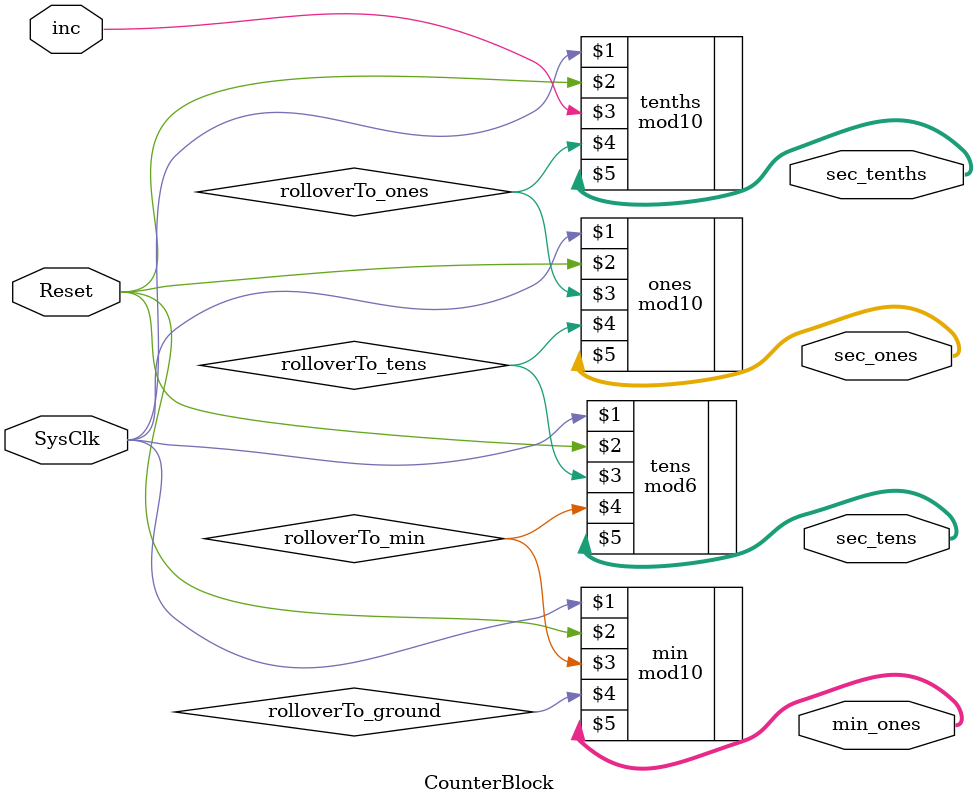
<source format=v>
`timescale 1ns / 1ps
module CounterBlock(
    input inc,
    input Reset,
    input SysClk,
    output [3:0] sec_tenths,
    output [3:0] sec_ones,
    output [3:0] sec_tens,
    output [3:0] min_ones
    );

wire rolloverTo_ones , rolloverTo_tens, rolloverTo_min, rolloverTo_ground;


mod10 tenths(SysClk , Reset, inc, rolloverTo_ones , sec_tenths);
mod10 ones(SysClk , Reset, rolloverTo_ones, rolloverTo_tens , sec_ones);
mod6 tens(SysClk , Reset, rolloverTo_tens, rolloverTo_min , sec_tens);
mod10 min(SysClk , Reset, rolloverTo_min, rolloverTo_ground, min_ones);




endmodule

</source>
